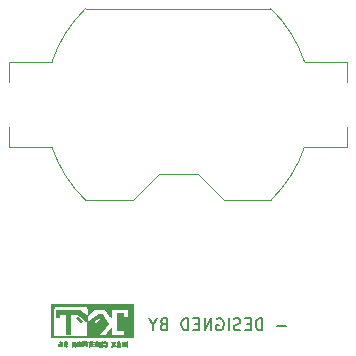
<source format=gbr>
%TF.GenerationSoftware,KiCad,Pcbnew,9.0.7-9.0.7~ubuntu22.04.1*%
%TF.CreationDate,2026-01-30T05:50:44+05:30*%
%TF.ProjectId,SOLDERING_IRON_CONTROLLER,534f4c44-4552-4494-9e47-5f49524f4e5f,rev?*%
%TF.SameCoordinates,Original*%
%TF.FileFunction,Legend,Bot*%
%TF.FilePolarity,Positive*%
%FSLAX46Y46*%
G04 Gerber Fmt 4.6, Leading zero omitted, Abs format (unit mm)*
G04 Created by KiCad (PCBNEW 9.0.7-9.0.7~ubuntu22.04.1) date 2026-01-30 05:50:44*
%MOMM*%
%LPD*%
G01*
G04 APERTURE LIST*
%ADD10C,0.200000*%
%ADD11C,0.120000*%
%ADD12C,0.000000*%
G04 APERTURE END LIST*
D10*
X175890326Y-122971266D02*
X175128422Y-122971266D01*
X173890326Y-123352219D02*
X173890326Y-122352219D01*
X173890326Y-122352219D02*
X173652231Y-122352219D01*
X173652231Y-122352219D02*
X173509374Y-122399838D01*
X173509374Y-122399838D02*
X173414136Y-122495076D01*
X173414136Y-122495076D02*
X173366517Y-122590314D01*
X173366517Y-122590314D02*
X173318898Y-122780790D01*
X173318898Y-122780790D02*
X173318898Y-122923647D01*
X173318898Y-122923647D02*
X173366517Y-123114123D01*
X173366517Y-123114123D02*
X173414136Y-123209361D01*
X173414136Y-123209361D02*
X173509374Y-123304600D01*
X173509374Y-123304600D02*
X173652231Y-123352219D01*
X173652231Y-123352219D02*
X173890326Y-123352219D01*
X172890326Y-122828409D02*
X172556993Y-122828409D01*
X172414136Y-123352219D02*
X172890326Y-123352219D01*
X172890326Y-123352219D02*
X172890326Y-122352219D01*
X172890326Y-122352219D02*
X172414136Y-122352219D01*
X172033183Y-123304600D02*
X171890326Y-123352219D01*
X171890326Y-123352219D02*
X171652231Y-123352219D01*
X171652231Y-123352219D02*
X171556993Y-123304600D01*
X171556993Y-123304600D02*
X171509374Y-123256980D01*
X171509374Y-123256980D02*
X171461755Y-123161742D01*
X171461755Y-123161742D02*
X171461755Y-123066504D01*
X171461755Y-123066504D02*
X171509374Y-122971266D01*
X171509374Y-122971266D02*
X171556993Y-122923647D01*
X171556993Y-122923647D02*
X171652231Y-122876028D01*
X171652231Y-122876028D02*
X171842707Y-122828409D01*
X171842707Y-122828409D02*
X171937945Y-122780790D01*
X171937945Y-122780790D02*
X171985564Y-122733171D01*
X171985564Y-122733171D02*
X172033183Y-122637933D01*
X172033183Y-122637933D02*
X172033183Y-122542695D01*
X172033183Y-122542695D02*
X171985564Y-122447457D01*
X171985564Y-122447457D02*
X171937945Y-122399838D01*
X171937945Y-122399838D02*
X171842707Y-122352219D01*
X171842707Y-122352219D02*
X171604612Y-122352219D01*
X171604612Y-122352219D02*
X171461755Y-122399838D01*
X171033183Y-123352219D02*
X171033183Y-122352219D01*
X170033184Y-122399838D02*
X170128422Y-122352219D01*
X170128422Y-122352219D02*
X170271279Y-122352219D01*
X170271279Y-122352219D02*
X170414136Y-122399838D01*
X170414136Y-122399838D02*
X170509374Y-122495076D01*
X170509374Y-122495076D02*
X170556993Y-122590314D01*
X170556993Y-122590314D02*
X170604612Y-122780790D01*
X170604612Y-122780790D02*
X170604612Y-122923647D01*
X170604612Y-122923647D02*
X170556993Y-123114123D01*
X170556993Y-123114123D02*
X170509374Y-123209361D01*
X170509374Y-123209361D02*
X170414136Y-123304600D01*
X170414136Y-123304600D02*
X170271279Y-123352219D01*
X170271279Y-123352219D02*
X170176041Y-123352219D01*
X170176041Y-123352219D02*
X170033184Y-123304600D01*
X170033184Y-123304600D02*
X169985565Y-123256980D01*
X169985565Y-123256980D02*
X169985565Y-122923647D01*
X169985565Y-122923647D02*
X170176041Y-122923647D01*
X169556993Y-123352219D02*
X169556993Y-122352219D01*
X169556993Y-122352219D02*
X168985565Y-123352219D01*
X168985565Y-123352219D02*
X168985565Y-122352219D01*
X168509374Y-122828409D02*
X168176041Y-122828409D01*
X168033184Y-123352219D02*
X168509374Y-123352219D01*
X168509374Y-123352219D02*
X168509374Y-122352219D01*
X168509374Y-122352219D02*
X168033184Y-122352219D01*
X167604612Y-123352219D02*
X167604612Y-122352219D01*
X167604612Y-122352219D02*
X167366517Y-122352219D01*
X167366517Y-122352219D02*
X167223660Y-122399838D01*
X167223660Y-122399838D02*
X167128422Y-122495076D01*
X167128422Y-122495076D02*
X167080803Y-122590314D01*
X167080803Y-122590314D02*
X167033184Y-122780790D01*
X167033184Y-122780790D02*
X167033184Y-122923647D01*
X167033184Y-122923647D02*
X167080803Y-123114123D01*
X167080803Y-123114123D02*
X167128422Y-123209361D01*
X167128422Y-123209361D02*
X167223660Y-123304600D01*
X167223660Y-123304600D02*
X167366517Y-123352219D01*
X167366517Y-123352219D02*
X167604612Y-123352219D01*
X165509374Y-122828409D02*
X165366517Y-122876028D01*
X165366517Y-122876028D02*
X165318898Y-122923647D01*
X165318898Y-122923647D02*
X165271279Y-123018885D01*
X165271279Y-123018885D02*
X165271279Y-123161742D01*
X165271279Y-123161742D02*
X165318898Y-123256980D01*
X165318898Y-123256980D02*
X165366517Y-123304600D01*
X165366517Y-123304600D02*
X165461755Y-123352219D01*
X165461755Y-123352219D02*
X165842707Y-123352219D01*
X165842707Y-123352219D02*
X165842707Y-122352219D01*
X165842707Y-122352219D02*
X165509374Y-122352219D01*
X165509374Y-122352219D02*
X165414136Y-122399838D01*
X165414136Y-122399838D02*
X165366517Y-122447457D01*
X165366517Y-122447457D02*
X165318898Y-122542695D01*
X165318898Y-122542695D02*
X165318898Y-122637933D01*
X165318898Y-122637933D02*
X165366517Y-122733171D01*
X165366517Y-122733171D02*
X165414136Y-122780790D01*
X165414136Y-122780790D02*
X165509374Y-122828409D01*
X165509374Y-122828409D02*
X165842707Y-122828409D01*
X164652231Y-122876028D02*
X164652231Y-123352219D01*
X164985564Y-122352219D02*
X164652231Y-122876028D01*
X164652231Y-122876028D02*
X164318898Y-122352219D01*
D11*
%TO.C,J2*%
X174607300Y-96125000D02*
X158912700Y-96125000D01*
X181070000Y-100625000D02*
X177452000Y-100625000D01*
X156068000Y-100625000D02*
X152450000Y-100625000D01*
X181070000Y-102335000D02*
X181070000Y-100625000D01*
X152450000Y-102335000D02*
X152450000Y-100625000D01*
X181070000Y-106135000D02*
X181070000Y-107845000D01*
X152450000Y-106135000D02*
X152450000Y-107845000D01*
X177452000Y-107845000D02*
X181070000Y-107845000D01*
X152450000Y-107845000D02*
X156068000Y-107845000D01*
X168420000Y-110145000D02*
X170620000Y-112345000D01*
X165100000Y-110145000D02*
X168420000Y-110145000D01*
X165100000Y-110145000D02*
X162900000Y-112345000D01*
X170620000Y-112345000D02*
X174607300Y-112345000D01*
X158912700Y-112345000D02*
X162900000Y-112345000D01*
X174605371Y-96123211D02*
G75*
G02*
X177451999Y-100625000I-7845391J-8111799D01*
G01*
X156068000Y-100625000D02*
G75*
G02*
X158914629Y-96123211I10692020J-3610012D01*
G01*
X177452000Y-107845000D02*
G75*
G02*
X174605371Y-112346789I-10691979J3609986D01*
G01*
X158914629Y-112346789D02*
G75*
G02*
X156068000Y-107845000I7845391J8111801D01*
G01*
D12*
%TO.C,G\u002A\u002A\u002A*%
G36*
X158464281Y-122384435D02*
G01*
X158507971Y-122428462D01*
X158585724Y-122511029D01*
X158639465Y-122574031D01*
X158659528Y-122606473D01*
X158648188Y-122637056D01*
X158609619Y-122690148D01*
X158595214Y-122706708D01*
X158576660Y-122724385D01*
X158555657Y-122727404D01*
X158523737Y-122710697D01*
X158472433Y-122669196D01*
X158393278Y-122597831D01*
X158277805Y-122491536D01*
X158116613Y-122343345D01*
X158192824Y-122267134D01*
X158269034Y-122190924D01*
X158464281Y-122384435D01*
G37*
G36*
X160370875Y-124559808D02*
G01*
X160370875Y-124816442D01*
X160280804Y-124816442D01*
X160259452Y-124816203D01*
X160212851Y-124807158D01*
X160194157Y-124772314D01*
X160190733Y-124694575D01*
X160190172Y-124668202D01*
X160180421Y-124604778D01*
X160160710Y-124591264D01*
X160158061Y-124593303D01*
X160138642Y-124638348D01*
X160130686Y-124713131D01*
X160127343Y-124772675D01*
X160106588Y-124808462D01*
X160055318Y-124816442D01*
X160019838Y-124814574D01*
X159997339Y-124800930D01*
X159986686Y-124763451D01*
X159984591Y-124690076D01*
X159987764Y-124568747D01*
X159992320Y-124424363D01*
X160130686Y-124424363D01*
X160131831Y-124432786D01*
X160160710Y-124471170D01*
X160176178Y-124473994D01*
X160190733Y-124442918D01*
X160187059Y-124420549D01*
X160160710Y-124396111D01*
X160153586Y-124396919D01*
X160130686Y-124424363D01*
X159992320Y-124424363D01*
X159995580Y-124321052D01*
X160183227Y-124312113D01*
X160370875Y-124303175D01*
X160370875Y-124442918D01*
X160370875Y-124559808D01*
G37*
G36*
X158992692Y-124306264D02*
G01*
X159111296Y-124309178D01*
X159183804Y-124316636D01*
X159220077Y-124330111D01*
X159229977Y-124351075D01*
X159224746Y-124372078D01*
X159184941Y-124396111D01*
X159176203Y-124397113D01*
X159154262Y-124419100D01*
X159143051Y-124478401D01*
X159139906Y-124586261D01*
X159137394Y-124677898D01*
X159129655Y-124758641D01*
X159118512Y-124797804D01*
X159086517Y-124809513D01*
X159020935Y-124810314D01*
X159008937Y-124808771D01*
X158973035Y-124797645D01*
X158952619Y-124768209D01*
X158942096Y-124706553D01*
X158935874Y-124598770D01*
X158935053Y-124581226D01*
X158925639Y-124472496D01*
X158909600Y-124413735D01*
X158884705Y-124396111D01*
X158881032Y-124396366D01*
X158857366Y-124418649D01*
X158842277Y-124483173D01*
X158833535Y-124598770D01*
X158824658Y-124801430D01*
X158734587Y-124801430D01*
X158644516Y-124801430D01*
X158635796Y-124553735D01*
X158627075Y-124306040D01*
X158928526Y-124306040D01*
X158992692Y-124306264D01*
G37*
G36*
X161915086Y-124626335D02*
G01*
X161927406Y-124717729D01*
X161932104Y-124769684D01*
X161912403Y-124803799D01*
X161842033Y-124816442D01*
X161778816Y-124807160D01*
X161751963Y-124771406D01*
X161748575Y-124750689D01*
X161721939Y-124726371D01*
X161708127Y-124731452D01*
X161691915Y-124771406D01*
X161673352Y-124803015D01*
X161601844Y-124816442D01*
X161552748Y-124815550D01*
X161524955Y-124804723D01*
X161516258Y-124771624D01*
X161523486Y-124703919D01*
X161543471Y-124589273D01*
X161548581Y-124560637D01*
X161728354Y-124560637D01*
X161731947Y-124596268D01*
X161740977Y-124600965D01*
X161751963Y-124576253D01*
X161749796Y-124560358D01*
X161731947Y-124556237D01*
X161728354Y-124560637D01*
X161548581Y-124560637D01*
X161555549Y-124521583D01*
X161576833Y-124414669D01*
X161597959Y-124350652D01*
X161626346Y-124318538D01*
X161669412Y-124307332D01*
X161734574Y-124306040D01*
X161863257Y-124306040D01*
X161897681Y-124514483D01*
X161897803Y-124515223D01*
X161907296Y-124576253D01*
X161915086Y-124626335D01*
G37*
G36*
X158596033Y-124642269D02*
G01*
X158583093Y-124731692D01*
X158563452Y-124780413D01*
X158554944Y-124787039D01*
X158490138Y-124807644D01*
X158398821Y-124815159D01*
X158307151Y-124808940D01*
X158241285Y-124788344D01*
X158226228Y-124771379D01*
X158200938Y-124697971D01*
X158185378Y-124582004D01*
X158183064Y-124544457D01*
X158359291Y-124544457D01*
X158361061Y-124595613D01*
X158371895Y-124672883D01*
X158389315Y-124711359D01*
X158401137Y-124708599D01*
X158414556Y-124660120D01*
X158419338Y-124563013D01*
X158416586Y-124493406D01*
X158405681Y-124423272D01*
X158389315Y-124396111D01*
X158378700Y-124405741D01*
X158364752Y-124459406D01*
X158359291Y-124544457D01*
X158183064Y-124544457D01*
X158182126Y-124529248D01*
X158183284Y-124441945D01*
X158199803Y-124385317D01*
X158235831Y-124339429D01*
X158321137Y-124288556D01*
X158428669Y-124281012D01*
X158532753Y-124322754D01*
X158555589Y-124341051D01*
X158583317Y-124382495D01*
X158596276Y-124448589D01*
X158599480Y-124556939D01*
X158599235Y-124563013D01*
X158596033Y-124642269D01*
G37*
G36*
X158110123Y-124308327D02*
G01*
X158132533Y-124323101D01*
X158144128Y-124362251D01*
X158148470Y-124437667D01*
X158149126Y-124561241D01*
X158148456Y-124683844D01*
X158144112Y-124759688D01*
X158132597Y-124799144D01*
X158110414Y-124814099D01*
X158074067Y-124816442D01*
X158061154Y-124816249D01*
X158019998Y-124806311D01*
X158001869Y-124769329D01*
X157996797Y-124688841D01*
X157994586Y-124561241D01*
X157945557Y-124688841D01*
X157918793Y-124750119D01*
X157878483Y-124802044D01*
X157827673Y-124816442D01*
X157797960Y-124814291D01*
X157776034Y-124799569D01*
X157764336Y-124760397D01*
X157759664Y-124684909D01*
X157758818Y-124561241D01*
X157759488Y-124438638D01*
X157763832Y-124362793D01*
X157775347Y-124323338D01*
X157797530Y-124308383D01*
X157833877Y-124306040D01*
X157872469Y-124309417D01*
X157902470Y-124335764D01*
X157910112Y-124403617D01*
X157911287Y-124501194D01*
X157953698Y-124403617D01*
X157963227Y-124383042D01*
X158009189Y-124322990D01*
X158072617Y-124306040D01*
X158073331Y-124306040D01*
X158110123Y-124308327D01*
G37*
G36*
X160680270Y-124288504D02*
G01*
X160761182Y-124336063D01*
X160792603Y-124386726D01*
X160817722Y-124484804D01*
X160823464Y-124596810D01*
X160809138Y-124699409D01*
X160774050Y-124769262D01*
X160769120Y-124773712D01*
X160702044Y-124804225D01*
X160611064Y-124816442D01*
X160498522Y-124797053D01*
X160426103Y-124740026D01*
X160400899Y-124649167D01*
X160402921Y-124618788D01*
X160426463Y-124584464D01*
X160490970Y-124576253D01*
X160531388Y-124578170D01*
X160571687Y-124598259D01*
X160581041Y-124653084D01*
X160588801Y-124700729D01*
X160611064Y-124711359D01*
X160621196Y-124696352D01*
X160635480Y-124633996D01*
X160641088Y-124544457D01*
X160639139Y-124492010D01*
X160628278Y-124423095D01*
X160611064Y-124396111D01*
X160593614Y-124407371D01*
X160581041Y-124456158D01*
X160580111Y-124471659D01*
X160556899Y-124506769D01*
X160490970Y-124516205D01*
X160453092Y-124514536D01*
X160410946Y-124495361D01*
X160400899Y-124442849D01*
X160401007Y-124437381D01*
X160429700Y-124359510D01*
X160497297Y-124305335D01*
X160586564Y-124279964D01*
X160680270Y-124288504D01*
G37*
G36*
X161400009Y-124306044D02*
G01*
X161460213Y-124310899D01*
X161478235Y-124337339D01*
X161467572Y-124403617D01*
X161465886Y-124411214D01*
X161452693Y-124476837D01*
X161448780Y-124529290D01*
X161454300Y-124592713D01*
X161469407Y-124691248D01*
X161477913Y-124746919D01*
X161478910Y-124798231D01*
X161456895Y-124814677D01*
X161403603Y-124811343D01*
X161379507Y-124807666D01*
X161325258Y-124779291D01*
X161299881Y-124711359D01*
X161282857Y-124621288D01*
X161259823Y-124718865D01*
X161246018Y-124765804D01*
X161212761Y-124806775D01*
X161149104Y-124816442D01*
X161145870Y-124816444D01*
X161089705Y-124815279D01*
X161067704Y-124801818D01*
X161075599Y-124761454D01*
X161109123Y-124679580D01*
X161126881Y-124629930D01*
X161140718Y-124500431D01*
X161105345Y-124358581D01*
X161100614Y-124344233D01*
X161108836Y-124313865D01*
X161164257Y-124306040D01*
X161221832Y-124317518D01*
X161270649Y-124373593D01*
X161297802Y-124441146D01*
X161299705Y-124373593D01*
X161302523Y-124346933D01*
X161328329Y-124314206D01*
X161395432Y-124306040D01*
X161400009Y-124306044D01*
G37*
G36*
X162088341Y-124311759D02*
G01*
X162108930Y-124313360D01*
X162181514Y-124325408D01*
X162216882Y-124353670D01*
X162234066Y-124411123D01*
X162251091Y-124501194D01*
X162274125Y-124403617D01*
X162276355Y-124394346D01*
X162297935Y-124335511D01*
X162337056Y-124310964D01*
X162414868Y-124306040D01*
X162532577Y-124306040D01*
X162532577Y-124561241D01*
X162531907Y-124683844D01*
X162527563Y-124759688D01*
X162516048Y-124799144D01*
X162493865Y-124814099D01*
X162457518Y-124816442D01*
X162424404Y-124814485D01*
X162395933Y-124797635D01*
X162383257Y-124750746D01*
X162378892Y-124658818D01*
X162375326Y-124501194D01*
X162346300Y-124660569D01*
X162337137Y-124708057D01*
X162317350Y-124778534D01*
X162292276Y-124808343D01*
X162253775Y-124810687D01*
X162216977Y-124795809D01*
X162183527Y-124746818D01*
X162154828Y-124651312D01*
X162119379Y-124501194D01*
X162115813Y-124660906D01*
X162113386Y-124730153D01*
X162104690Y-124789124D01*
X162083980Y-124811463D01*
X162044693Y-124811024D01*
X162021764Y-124806299D01*
X161996878Y-124789247D01*
X161982129Y-124749462D01*
X161973854Y-124674508D01*
X161968391Y-124551948D01*
X161959642Y-124302466D01*
X162088341Y-124311759D01*
G37*
G36*
X156992566Y-124707855D02*
G01*
X156959501Y-124770808D01*
X156900487Y-124803255D01*
X156787822Y-124810482D01*
X156732881Y-124803919D01*
X156664968Y-124776746D01*
X156618876Y-124718865D01*
X156595570Y-124672035D01*
X156593396Y-124651312D01*
X156768038Y-124651312D01*
X156775492Y-124700677D01*
X156798062Y-124726371D01*
X156817808Y-124707735D01*
X156828085Y-124651312D01*
X156820631Y-124601946D01*
X156798062Y-124576253D01*
X156778316Y-124594888D01*
X156768038Y-124651312D01*
X156593396Y-124651312D01*
X156590004Y-124618977D01*
X156619589Y-124553735D01*
X156670523Y-124493163D01*
X156747189Y-124472353D01*
X156755531Y-124472377D01*
X156812285Y-124459021D01*
X156828085Y-124413807D01*
X156828072Y-124410633D01*
X156820190Y-124373790D01*
X156792057Y-124390106D01*
X156758307Y-124410899D01*
X156697251Y-124424707D01*
X156641987Y-124420720D01*
X156617920Y-124397813D01*
X156627884Y-124373303D01*
X156676906Y-124328901D01*
X156746364Y-124291649D01*
X156813074Y-124276016D01*
X156867762Y-124286794D01*
X156941500Y-124322754D01*
X156958027Y-124335416D01*
X156989579Y-124376371D01*
X157004481Y-124440372D01*
X157008227Y-124545787D01*
X157007140Y-124599022D01*
X157000138Y-124651312D01*
X156992566Y-124707855D01*
G37*
G36*
X157458357Y-124475531D02*
G01*
X157445057Y-124571553D01*
X157406315Y-124621790D01*
X157335275Y-124636300D01*
X157328031Y-124636364D01*
X157267000Y-124649136D01*
X157250787Y-124688841D01*
X157255083Y-124714384D01*
X157268300Y-124703853D01*
X157272296Y-124696863D01*
X157315105Y-124673221D01*
X157377618Y-124666891D01*
X157434042Y-124677670D01*
X157458582Y-124705354D01*
X157454575Y-124727196D01*
X157422554Y-124780413D01*
X157411203Y-124788495D01*
X157346644Y-124808453D01*
X157258480Y-124816442D01*
X157225934Y-124815600D01*
X157146793Y-124798952D01*
X157098654Y-124753305D01*
X157074740Y-124668629D01*
X157068275Y-124534893D01*
X157068386Y-124513007D01*
X157073766Y-124432092D01*
X157252344Y-124432092D01*
X157256580Y-124508699D01*
X157261039Y-124526599D01*
X157272626Y-124545510D01*
X157292018Y-124508699D01*
X157300358Y-124475428D01*
X157292018Y-124403617D01*
X157284049Y-124385717D01*
X157268753Y-124366806D01*
X157256580Y-124403617D01*
X157252344Y-124432092D01*
X157073766Y-124432092D01*
X157074644Y-124418882D01*
X157094839Y-124361857D01*
X157135002Y-124322754D01*
X157191735Y-124292983D01*
X157263428Y-124276016D01*
X157267844Y-124276068D01*
X157362266Y-124302884D01*
X157431617Y-124367969D01*
X157458582Y-124455405D01*
X157458358Y-124475428D01*
X157458357Y-124475531D01*
G37*
G36*
X159584861Y-124612590D02*
G01*
X159592631Y-124690319D01*
X159592641Y-124690673D01*
X159598778Y-124736625D01*
X159610144Y-124733877D01*
X159627639Y-124713508D01*
X159682833Y-124696347D01*
X159715531Y-124688317D01*
X159740379Y-124651312D01*
X159735148Y-124630309D01*
X159695343Y-124606276D01*
X159669081Y-124595131D01*
X159650308Y-124546229D01*
X159658666Y-124511212D01*
X159695343Y-124486182D01*
X159716346Y-124480951D01*
X159740379Y-124441146D01*
X159729234Y-124414884D01*
X159680331Y-124396111D01*
X159645315Y-124387752D01*
X159620284Y-124351075D01*
X159634561Y-124324270D01*
X159685831Y-124310083D01*
X159785414Y-124306040D01*
X159950544Y-124306040D01*
X159950544Y-124541225D01*
X159950420Y-124567701D01*
X159947093Y-124677201D01*
X159940151Y-124758677D01*
X159930831Y-124796123D01*
X159927088Y-124798339D01*
X159878386Y-124806801D01*
X159789237Y-124812152D01*
X159675630Y-124813316D01*
X159599038Y-124811716D01*
X159504361Y-124804763D01*
X159454596Y-124790993D01*
X159440142Y-124768583D01*
X159434944Y-124748955D01*
X159395107Y-124726371D01*
X159374104Y-124731602D01*
X159350071Y-124771406D01*
X159329684Y-124803945D01*
X159256788Y-124816442D01*
X159191425Y-124807546D01*
X159177777Y-124778912D01*
X159178503Y-124776873D01*
X159191251Y-124725827D01*
X159209953Y-124635385D01*
X159225029Y-124554751D01*
X159384486Y-124554751D01*
X159390425Y-124614354D01*
X159391621Y-124617030D01*
X159401020Y-124612516D01*
X159404265Y-124561241D01*
X159404067Y-124551917D01*
X159398869Y-124512039D01*
X159389312Y-124524283D01*
X159384486Y-124554751D01*
X159225029Y-124554751D01*
X159230833Y-124523711D01*
X159269617Y-124306040D01*
X159397427Y-124306040D01*
X159525237Y-124306040D01*
X159557749Y-124457636D01*
X159567881Y-124508300D01*
X159576501Y-124561241D01*
X159584861Y-124612590D01*
G37*
G36*
X162997944Y-122587901D02*
G01*
X162997944Y-124020815D01*
X159980568Y-124037361D01*
X159455958Y-124040214D01*
X158939231Y-124042957D01*
X158476771Y-124045313D01*
X158065563Y-124047278D01*
X157702593Y-124048846D01*
X157384849Y-124050013D01*
X157109315Y-124050773D01*
X156872979Y-124051123D01*
X156672826Y-124051057D01*
X156505843Y-124050570D01*
X156369016Y-124049657D01*
X156259331Y-124048314D01*
X156173775Y-124046536D01*
X156109333Y-124044318D01*
X156062991Y-124041654D01*
X156031737Y-124038541D01*
X156012557Y-124034973D01*
X156002435Y-124030945D01*
X156001872Y-124030438D01*
X155994400Y-123991216D01*
X155988369Y-123893288D01*
X155986380Y-123825662D01*
X156257636Y-123825662D01*
X157653736Y-123825662D01*
X159049835Y-123825662D01*
X159054724Y-123517919D01*
X159056205Y-123425749D01*
X159059636Y-123210227D01*
X159061679Y-123044826D01*
X159061771Y-122922270D01*
X159059348Y-122835280D01*
X159053846Y-122776579D01*
X159044702Y-122738891D01*
X159031354Y-122714936D01*
X159013237Y-122697438D01*
X158989788Y-122679119D01*
X158954096Y-122649102D01*
X158876609Y-122581363D01*
X158777309Y-122492851D01*
X158669078Y-122394979D01*
X158576790Y-122310721D01*
X158465080Y-122210055D01*
X158380344Y-122139795D01*
X158311453Y-122094504D01*
X158247278Y-122068744D01*
X158176690Y-122057076D01*
X158088558Y-122054063D01*
X157971754Y-122054267D01*
X157668747Y-122054267D01*
X157668747Y-122909941D01*
X157668747Y-123765614D01*
X157458582Y-123765614D01*
X157248416Y-123765614D01*
X157248416Y-122909941D01*
X157248416Y-122054267D01*
X157011439Y-122054267D01*
X156890650Y-122056375D01*
X156806768Y-122068161D01*
X156760970Y-122097312D01*
X156741853Y-122151509D01*
X156738015Y-122238433D01*
X156735705Y-122288272D01*
X156718724Y-122314770D01*
X156671982Y-122322305D01*
X156580390Y-122318543D01*
X156422766Y-122309468D01*
X156422766Y-121979208D01*
X156422766Y-121648948D01*
X157481089Y-121641058D01*
X158539411Y-121633168D01*
X158809635Y-121899306D01*
X159079858Y-122165444D01*
X159079858Y-122410092D01*
X159080132Y-122448088D01*
X159084164Y-122553323D01*
X159092010Y-122626512D01*
X159102376Y-122653660D01*
X159104467Y-122653352D01*
X159143928Y-122631508D01*
X159144249Y-122631261D01*
X159691355Y-122631261D01*
X159731819Y-122676204D01*
X159751978Y-122695768D01*
X159781433Y-122713724D01*
X159815622Y-122707278D01*
X159868418Y-122671840D01*
X159953696Y-122602821D01*
X160055864Y-122518538D01*
X160130620Y-122454031D01*
X160170984Y-122411313D01*
X160183094Y-122381598D01*
X160173090Y-122356102D01*
X160147110Y-122326040D01*
X160133591Y-122311355D01*
X160105037Y-122289266D01*
X160073232Y-122292375D01*
X160024055Y-122325300D01*
X159943385Y-122392659D01*
X159869626Y-122455065D01*
X159788283Y-122522971D01*
X159733101Y-122567970D01*
X159693696Y-122602378D01*
X159691355Y-122631261D01*
X159144249Y-122631261D01*
X159202848Y-122586107D01*
X159265025Y-122533983D01*
X159376274Y-122442613D01*
X159506663Y-122336868D01*
X159640248Y-122229600D01*
X159761084Y-122133661D01*
X159853227Y-122061901D01*
X159904161Y-122024790D01*
X159976573Y-121985714D01*
X160055856Y-121968391D01*
X160168475Y-121964659D01*
X160355863Y-121965121D01*
X160490970Y-122161101D01*
X160571248Y-122276727D01*
X160644812Y-122381598D01*
X160668285Y-122415061D01*
X160753676Y-122535461D01*
X160758439Y-122542156D01*
X160820507Y-122637028D01*
X160864540Y-122718094D01*
X160881277Y-122768439D01*
X160870188Y-122800208D01*
X160824303Y-122872229D01*
X160741703Y-122981489D01*
X160621177Y-123129511D01*
X160461512Y-123317821D01*
X160261495Y-123547943D01*
X160096929Y-123735591D01*
X160336014Y-123735591D01*
X160575099Y-123735591D01*
X160735694Y-123548255D01*
X160748018Y-123533886D01*
X160835997Y-123431695D01*
X160917444Y-123337661D01*
X160976124Y-123270536D01*
X160983142Y-123262573D01*
X161054656Y-123179977D01*
X161117738Y-123105094D01*
X161179516Y-123030035D01*
X161180514Y-123382813D01*
X161181513Y-123735591D01*
X161676903Y-123735591D01*
X162172293Y-123735591D01*
X162172293Y-123585472D01*
X162172293Y-123435354D01*
X161872057Y-123435354D01*
X161571821Y-123435354D01*
X161571821Y-122703451D01*
X161572079Y-122539573D01*
X161573611Y-122338430D01*
X161576837Y-122186345D01*
X161582122Y-122076717D01*
X161589826Y-122002947D01*
X161600314Y-121958437D01*
X161613946Y-121936587D01*
X161658588Y-121920166D01*
X161759801Y-121910021D01*
X161906677Y-121910393D01*
X162157282Y-121919160D01*
X162166357Y-122076785D01*
X162175432Y-122234409D01*
X162323981Y-122234409D01*
X162472530Y-122234409D01*
X162472530Y-121934172D01*
X162472530Y-121633936D01*
X161827022Y-121633936D01*
X161181513Y-121633936D01*
X161180321Y-122016737D01*
X161179129Y-122399539D01*
X161047761Y-122256834D01*
X161024956Y-122231231D01*
X160939742Y-122126828D01*
X160844615Y-122000558D01*
X160756223Y-121874270D01*
X160596052Y-121634411D01*
X160152342Y-121634173D01*
X159708631Y-121633936D01*
X159401751Y-121887458D01*
X159094870Y-122140981D01*
X159086493Y-121752352D01*
X159078116Y-121363723D01*
X157687521Y-121363723D01*
X156296927Y-121363723D01*
X156277403Y-121746524D01*
X156272830Y-121859747D01*
X156267979Y-122036711D01*
X156263841Y-122249828D01*
X156260621Y-122486239D01*
X156258525Y-122733081D01*
X156257758Y-122977494D01*
X156257636Y-123825662D01*
X155986380Y-123825662D01*
X155983799Y-123737893D01*
X155980707Y-123526270D01*
X155979112Y-123259658D01*
X155979033Y-122939298D01*
X155980487Y-122566427D01*
X155988563Y-121121296D01*
X159493253Y-121138142D01*
X162997944Y-121154987D01*
X162997944Y-121633936D01*
X162997944Y-122587901D01*
G37*
%TD*%
M02*

</source>
